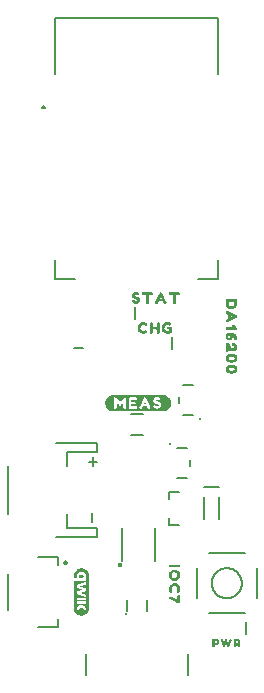
<source format=gto>
G04 EAGLE Gerber RS-274X export*
G75*
%MOMM*%
%FSLAX34Y34*%
%LPD*%
%INSilkscreen Top*%
%IPPOS*%
%AMOC8*
5,1,8,0,0,1.08239X$1,22.5*%
G01*
%ADD10C,0.203200*%
%ADD11C,0.254000*%
%ADD12C,0.200000*%
%ADD13C,0.127000*%
%ADD14C,0.400000*%
%ADD15C,0.300000*%
%ADD16C,0.152400*%

G36*
X137234Y247154D02*
X137234Y247154D01*
X137237Y247151D01*
X137937Y247251D01*
X137942Y247256D01*
X137946Y247253D01*
X138545Y247453D01*
X139244Y247653D01*
X139248Y247658D01*
X139252Y247656D01*
X140452Y248256D01*
X140455Y248263D01*
X140461Y248262D01*
X140961Y248662D01*
X140962Y248666D01*
X140965Y248665D01*
X141965Y249665D01*
X141965Y249669D01*
X141968Y249669D01*
X142368Y250169D01*
X142369Y250177D01*
X142374Y250178D01*
X142974Y251378D01*
X142973Y251385D01*
X142977Y251386D01*
X143177Y252085D01*
X143377Y252684D01*
X143375Y252691D01*
X143379Y252693D01*
X143479Y253393D01*
X143476Y253398D01*
X143479Y253400D01*
X143479Y254700D01*
X143476Y254704D01*
X143479Y254707D01*
X143379Y255407D01*
X143375Y255411D01*
X143377Y255414D01*
X143177Y256114D01*
X143172Y256118D01*
X143174Y256122D01*
X142274Y257922D01*
X142267Y257925D01*
X142268Y257931D01*
X141868Y258431D01*
X141864Y258432D01*
X141865Y258435D01*
X140865Y259435D01*
X140853Y259436D01*
X140852Y259444D01*
X140255Y259743D01*
X139657Y260141D01*
X139648Y260140D01*
X139646Y260147D01*
X138446Y260547D01*
X138444Y260546D01*
X138444Y260547D01*
X137744Y260747D01*
X137739Y260746D01*
X137737Y260749D01*
X137037Y260849D01*
X137032Y260846D01*
X137030Y260849D01*
X93930Y260849D01*
X93925Y260846D01*
X93922Y260849D01*
X93322Y260749D01*
X93319Y260745D01*
X93316Y260747D01*
X92616Y260547D01*
X92615Y260546D01*
X92614Y260547D01*
X92015Y260347D01*
X91316Y260147D01*
X91308Y260136D01*
X91299Y260138D01*
X90801Y259740D01*
X90203Y259341D01*
X90202Y259338D01*
X90199Y259338D01*
X89699Y258938D01*
X89698Y258934D01*
X89695Y258935D01*
X89195Y258435D01*
X89195Y258431D01*
X89192Y258431D01*
X88792Y257931D01*
X88791Y257923D01*
X88786Y257922D01*
X87886Y256122D01*
X87887Y256115D01*
X87883Y256114D01*
X87683Y255414D01*
X87685Y255409D01*
X87681Y255407D01*
X87581Y254707D01*
X87584Y254702D01*
X87581Y254700D01*
X87581Y253400D01*
X87584Y253396D01*
X87581Y253393D01*
X87681Y252693D01*
X87685Y252689D01*
X87683Y252686D01*
X87883Y251986D01*
X87884Y251985D01*
X87883Y251984D01*
X88083Y251384D01*
X88088Y251381D01*
X88086Y251378D01*
X88386Y250778D01*
X88390Y250776D01*
X88389Y250773D01*
X88789Y250173D01*
X88792Y250172D01*
X88792Y250169D01*
X89592Y249169D01*
X89596Y249168D01*
X89595Y249165D01*
X90095Y248665D01*
X90102Y248664D01*
X90103Y248659D01*
X90703Y248259D01*
X90707Y248259D01*
X90708Y248256D01*
X91908Y247656D01*
X91913Y247657D01*
X91914Y247653D01*
X92514Y247453D01*
X92516Y247454D01*
X92516Y247453D01*
X93216Y247253D01*
X93220Y247254D01*
X93222Y247251D01*
X93822Y247151D01*
X93827Y247154D01*
X93830Y247151D01*
X137230Y247151D01*
X137234Y247154D01*
G37*
G36*
X68408Y74071D02*
X68408Y74071D01*
X68410Y74072D01*
X68414Y74071D01*
X68933Y74162D01*
X68936Y74164D01*
X68941Y74164D01*
X69953Y74478D01*
X69956Y74482D01*
X69964Y74483D01*
X70897Y74984D01*
X70898Y74987D01*
X70903Y74987D01*
X71335Y75290D01*
X71336Y75292D01*
X71339Y75293D01*
X71748Y75630D01*
X71748Y75631D01*
X71750Y75632D01*
X72141Y75986D01*
X72142Y75990D01*
X72148Y75993D01*
X72822Y76810D01*
X72822Y76815D01*
X72828Y76819D01*
X73343Y77744D01*
X73343Y77747D01*
X73346Y77751D01*
X73548Y78237D01*
X73548Y78240D01*
X73551Y78244D01*
X73852Y79258D01*
X73851Y79263D01*
X73854Y79270D01*
X73961Y80324D01*
X73980Y80513D01*
X73978Y80516D01*
X73980Y80519D01*
X73980Y107535D01*
X73978Y107537D01*
X73980Y107541D01*
X73875Y108595D01*
X73873Y108598D01*
X73874Y108601D01*
X73770Y109118D01*
X73768Y109120D01*
X73769Y109125D01*
X73446Y110133D01*
X73442Y110137D01*
X73442Y110144D01*
X72936Y111075D01*
X72933Y111077D01*
X72932Y111083D01*
X72618Y111507D01*
X72617Y111508D01*
X72616Y111510D01*
X72279Y111919D01*
X72277Y111919D01*
X72276Y111922D01*
X71913Y112304D01*
X71909Y112305D01*
X71907Y112309D01*
X71089Y112982D01*
X71084Y112982D01*
X71079Y112988D01*
X70148Y113494D01*
X70144Y113494D01*
X70140Y113497D01*
X69649Y113687D01*
X69647Y113687D01*
X69644Y113689D01*
X69139Y113846D01*
X69137Y113845D01*
X69136Y113847D01*
X68624Y113978D01*
X68620Y113976D01*
X68615Y113979D01*
X67561Y114086D01*
X67557Y114084D01*
X67551Y114086D01*
X67024Y114057D01*
X67023Y114056D01*
X67021Y114057D01*
X66494Y114004D01*
X66493Y114003D01*
X66491Y114003D01*
X65970Y113920D01*
X65967Y113917D01*
X65961Y113918D01*
X64949Y113604D01*
X64946Y113600D01*
X64939Y113599D01*
X64003Y113105D01*
X64001Y113102D01*
X63997Y113102D01*
X63561Y112805D01*
X63560Y112802D01*
X63555Y112801D01*
X62750Y112115D01*
X62749Y112110D01*
X62743Y112107D01*
X62068Y111290D01*
X62068Y111285D01*
X62062Y111280D01*
X61542Y110359D01*
X61542Y110356D01*
X61539Y110353D01*
X61330Y109870D01*
X61330Y109866D01*
X61327Y109863D01*
X61018Y108850D01*
X61020Y108845D01*
X61016Y108838D01*
X60910Y107784D01*
X60911Y107782D01*
X60910Y107780D01*
X60887Y107252D01*
X60887Y107251D01*
X60887Y107249D01*
X60887Y105558D01*
X60898Y105540D01*
X60901Y105518D01*
X60918Y105510D01*
X60923Y105501D01*
X60933Y105503D01*
X60948Y105496D01*
X61364Y105484D01*
X61365Y105484D01*
X64544Y105484D01*
X64553Y105490D01*
X64564Y105487D01*
X64580Y105507D01*
X64601Y105520D01*
X64599Y105531D01*
X64606Y105540D01*
X64592Y105583D01*
X64591Y105588D01*
X64590Y105588D01*
X64590Y105589D01*
X64292Y105906D01*
X63977Y106317D01*
X63755Y106782D01*
X63635Y107285D01*
X63601Y107802D01*
X63649Y108320D01*
X63767Y108825D01*
X63952Y109309D01*
X64209Y109758D01*
X64554Y110144D01*
X64958Y110469D01*
X65404Y110734D01*
X65880Y110941D01*
X66386Y111066D01*
X66904Y111139D01*
X67425Y111175D01*
X67946Y111135D01*
X68462Y111052D01*
X68966Y110920D01*
X69438Y110704D01*
X69873Y110423D01*
X70261Y110080D01*
X70588Y109680D01*
X70840Y109227D01*
X70999Y108734D01*
X71087Y108222D01*
X71120Y107703D01*
X71064Y107188D01*
X70915Y106693D01*
X70678Y106235D01*
X70349Y105830D01*
X70348Y105829D01*
X70347Y105828D01*
X70162Y105584D01*
X70162Y105576D01*
X70155Y105572D01*
X70159Y105544D01*
X70157Y105516D01*
X70164Y105513D01*
X70165Y105505D01*
X70212Y105484D01*
X70817Y105484D01*
X71043Y105473D01*
X71043Y103173D01*
X70797Y103177D01*
X70785Y103169D01*
X61139Y103150D01*
X61138Y103149D01*
X61136Y103149D01*
X60946Y103140D01*
X60929Y103128D01*
X60908Y103125D01*
X60900Y103107D01*
X60891Y103100D01*
X60893Y103091D01*
X60887Y103077D01*
X60889Y80499D01*
X60890Y80497D01*
X60889Y80493D01*
X60995Y79439D01*
X60997Y79436D01*
X60996Y79432D01*
X61108Y78917D01*
X61110Y78914D01*
X61109Y78910D01*
X61438Y77905D01*
X61442Y77901D01*
X61443Y77894D01*
X61948Y76963D01*
X61952Y76961D01*
X61954Y76954D01*
X62610Y76125D01*
X62613Y76124D01*
X62615Y76120D01*
X62983Y75743D01*
X62986Y75742D01*
X62988Y75738D01*
X63811Y75071D01*
X63816Y75071D01*
X63820Y75065D01*
X64751Y74559D01*
X64756Y74560D01*
X64760Y74556D01*
X65254Y74372D01*
X65256Y74373D01*
X65258Y74371D01*
X65763Y74214D01*
X65765Y74215D01*
X65767Y74213D01*
X66280Y74089D01*
X66284Y74091D01*
X66288Y74088D01*
X67342Y73982D01*
X67347Y73984D01*
X67354Y73981D01*
X68408Y74071D01*
G37*
G36*
X147057Y103611D02*
X147057Y103611D01*
X147058Y103612D01*
X147058Y103611D01*
X147658Y103711D01*
X147665Y103719D01*
X147672Y103716D01*
X148872Y104316D01*
X148874Y104320D01*
X148877Y104319D01*
X149477Y104719D01*
X149481Y104729D01*
X149488Y104729D01*
X149888Y105229D01*
X150388Y105828D01*
X150388Y105834D01*
X150392Y105835D01*
X150692Y106335D01*
X150691Y106344D01*
X150697Y106346D01*
X150897Y107045D01*
X151097Y107644D01*
X151093Y107655D01*
X151099Y107660D01*
X151099Y108760D01*
X151096Y108764D01*
X151099Y108767D01*
X150999Y109467D01*
X150994Y109472D01*
X150997Y109476D01*
X150797Y110076D01*
X150792Y110079D01*
X150794Y110082D01*
X150494Y110682D01*
X150490Y110684D01*
X150491Y110687D01*
X150091Y111287D01*
X150084Y111290D01*
X150085Y111295D01*
X149585Y111795D01*
X149581Y111795D01*
X149581Y111798D01*
X149081Y112198D01*
X149073Y112199D01*
X149072Y112204D01*
X147872Y112804D01*
X147867Y112803D01*
X147866Y112807D01*
X147266Y113007D01*
X147255Y113003D01*
X147250Y113009D01*
X145150Y113009D01*
X145141Y113002D01*
X145134Y113007D01*
X144534Y112807D01*
X144531Y112802D01*
X144528Y112804D01*
X143328Y112204D01*
X143323Y112194D01*
X143315Y112195D01*
X142315Y111195D01*
X142315Y111191D01*
X142312Y111191D01*
X141912Y110691D01*
X141911Y110683D01*
X141906Y110682D01*
X141606Y110082D01*
X141607Y110077D01*
X141606Y110076D01*
X141603Y110076D01*
X141403Y109476D01*
X141405Y109469D01*
X141401Y109467D01*
X141301Y108767D01*
X141304Y108762D01*
X141301Y108760D01*
X141301Y107360D01*
X141308Y107351D01*
X141303Y107344D01*
X141503Y106744D01*
X141508Y106741D01*
X141506Y106738D01*
X142106Y105538D01*
X142116Y105533D01*
X142115Y105525D01*
X143115Y104525D01*
X143127Y104524D01*
X143128Y104516D01*
X144328Y103916D01*
X144333Y103917D01*
X144334Y103913D01*
X144934Y103713D01*
X144941Y103715D01*
X144943Y103711D01*
X146343Y103511D01*
X146352Y103516D01*
X146357Y103511D01*
X147057Y103611D01*
G37*
G36*
X194714Y333604D02*
X194714Y333604D01*
X194717Y333601D01*
X195417Y333701D01*
X195421Y333705D01*
X195424Y333703D01*
X196124Y333903D01*
X196129Y333910D01*
X196135Y333908D01*
X196633Y334207D01*
X197232Y334506D01*
X197237Y334516D01*
X197245Y334515D01*
X198245Y335515D01*
X198246Y335527D01*
X198254Y335528D01*
X198854Y336728D01*
X198853Y336735D01*
X198857Y336736D01*
X199057Y337436D01*
X199056Y337440D01*
X199059Y337442D01*
X199159Y338042D01*
X199156Y338047D01*
X199159Y338050D01*
X199159Y341250D01*
X199148Y341265D01*
X199152Y341275D01*
X198852Y341775D01*
X198830Y341784D01*
X198826Y341797D01*
X198226Y341997D01*
X198215Y341993D01*
X198210Y341999D01*
X190710Y341999D01*
X190706Y341996D01*
X190703Y341999D01*
X190003Y341899D01*
X189984Y341880D01*
X189971Y341880D01*
X189671Y341480D01*
X189671Y341462D01*
X189661Y341457D01*
X189561Y340757D01*
X189564Y340752D01*
X189561Y340750D01*
X189561Y338050D01*
X189564Y338046D01*
X189561Y338043D01*
X189661Y337343D01*
X189666Y337338D01*
X189663Y337334D01*
X189863Y336734D01*
X189909Y336703D01*
X189892Y336696D01*
X189876Y336670D01*
X189873Y336668D01*
X189874Y336666D01*
X189861Y336645D01*
X189873Y336638D01*
X189868Y336625D01*
X190167Y336127D01*
X190466Y335528D01*
X190476Y335523D01*
X190475Y335515D01*
X191475Y334515D01*
X191487Y334514D01*
X191488Y334506D01*
X192688Y333906D01*
X192693Y333907D01*
X192694Y333903D01*
X193294Y333703D01*
X193301Y333705D01*
X193303Y333701D01*
X194003Y333601D01*
X194008Y333604D01*
X194010Y333601D01*
X194710Y333601D01*
X194714Y333604D01*
G37*
G36*
X195015Y288304D02*
X195015Y288304D01*
X195018Y288301D01*
X195618Y288401D01*
X196317Y288501D01*
X196321Y288505D01*
X196324Y288503D01*
X197024Y288703D01*
X197028Y288708D01*
X197032Y288706D01*
X198232Y289306D01*
X198239Y289319D01*
X198248Y289319D01*
X198647Y289817D01*
X199145Y290315D01*
X199147Y290331D01*
X199157Y290334D01*
X199357Y290934D01*
X199355Y290941D01*
X199359Y290943D01*
X199459Y291643D01*
X199456Y291648D01*
X199459Y291650D01*
X199459Y292350D01*
X199456Y292354D01*
X199459Y292357D01*
X199359Y293057D01*
X199351Y293065D01*
X199354Y293072D01*
X198754Y294272D01*
X198740Y294279D01*
X198740Y294289D01*
X198340Y294589D01*
X198336Y294589D01*
X198335Y294592D01*
X197835Y294892D01*
X197832Y294892D01*
X197832Y294894D01*
X197232Y295194D01*
X197225Y295193D01*
X197224Y295197D01*
X196525Y295397D01*
X195926Y295597D01*
X195915Y295593D01*
X195910Y295599D01*
X195213Y295599D01*
X194517Y295699D01*
X194509Y295694D01*
X194504Y295699D01*
X193707Y295599D01*
X193010Y295599D01*
X193001Y295592D01*
X192994Y295597D01*
X191794Y295197D01*
X191793Y295194D01*
X191791Y295195D01*
X191091Y294895D01*
X191088Y294891D01*
X191085Y294892D01*
X190585Y294592D01*
X190580Y294581D01*
X190572Y294581D01*
X190172Y294081D01*
X190171Y294077D01*
X190169Y294077D01*
X189769Y293477D01*
X189770Y293466D01*
X189763Y293464D01*
X189563Y292764D01*
X189566Y292754D01*
X189561Y292750D01*
X189561Y291350D01*
X189568Y291341D01*
X189563Y291334D01*
X189763Y290734D01*
X189768Y290731D01*
X189766Y290728D01*
X190066Y290128D01*
X190073Y290125D01*
X190072Y290119D01*
X190472Y289619D01*
X190479Y289617D01*
X190479Y289612D01*
X190979Y289212D01*
X190984Y289211D01*
X190985Y289208D01*
X191485Y288908D01*
X191488Y288908D01*
X191488Y288906D01*
X192088Y288606D01*
X192099Y288608D01*
X192103Y288601D01*
X194203Y288301D01*
X194208Y288304D01*
X194210Y288301D01*
X195010Y288301D01*
X195015Y288304D01*
G37*
G36*
X195015Y279004D02*
X195015Y279004D01*
X195018Y279001D01*
X195618Y279101D01*
X196317Y279201D01*
X196321Y279205D01*
X196324Y279203D01*
X197024Y279403D01*
X197028Y279408D01*
X197032Y279406D01*
X198232Y280006D01*
X198239Y280019D01*
X198248Y280019D01*
X198648Y280519D01*
X199148Y281118D01*
X199148Y281130D01*
X199156Y281132D01*
X199356Y281632D01*
X199353Y281640D01*
X199359Y281643D01*
X199459Y282343D01*
X199456Y282348D01*
X199459Y282350D01*
X199459Y283150D01*
X199456Y283155D01*
X199459Y283158D01*
X199359Y283758D01*
X199351Y283765D01*
X199354Y283772D01*
X198754Y284972D01*
X198740Y284979D01*
X198740Y284989D01*
X198340Y285289D01*
X198336Y285289D01*
X198335Y285292D01*
X197835Y285592D01*
X197832Y285592D01*
X197832Y285594D01*
X197232Y285894D01*
X197225Y285893D01*
X197224Y285897D01*
X196525Y286097D01*
X195926Y286297D01*
X195919Y286295D01*
X195917Y286299D01*
X195217Y286399D01*
X195212Y286396D01*
X195210Y286399D01*
X194510Y286399D01*
X194506Y286396D01*
X194504Y286399D01*
X193707Y286299D01*
X193010Y286299D01*
X193001Y286292D01*
X192994Y286297D01*
X191794Y285897D01*
X191793Y285894D01*
X191791Y285895D01*
X191091Y285595D01*
X191088Y285591D01*
X191085Y285592D01*
X190585Y285292D01*
X190580Y285281D01*
X190572Y285281D01*
X190172Y284781D01*
X190171Y284777D01*
X190169Y284777D01*
X189769Y284177D01*
X189770Y284168D01*
X189763Y284166D01*
X189563Y283566D01*
X189567Y283555D01*
X189561Y283550D01*
X189561Y282050D01*
X189568Y282041D01*
X189563Y282034D01*
X189763Y281434D01*
X189768Y281431D01*
X189766Y281428D01*
X190066Y280828D01*
X190073Y280825D01*
X190072Y280819D01*
X190472Y280319D01*
X190479Y280317D01*
X190479Y280312D01*
X190979Y279912D01*
X190984Y279911D01*
X190985Y279908D01*
X191485Y279608D01*
X191493Y279609D01*
X191494Y279603D01*
X192094Y279403D01*
X192096Y279404D01*
X192096Y279403D01*
X192796Y279203D01*
X192801Y279205D01*
X192803Y279201D01*
X194203Y279001D01*
X194208Y279004D01*
X194210Y279001D01*
X195010Y279001D01*
X195015Y279004D01*
G37*
%LPC*%
G36*
X95644Y249349D02*
X95644Y249349D01*
X95171Y249633D01*
X94979Y250208D01*
X94979Y257597D01*
X95077Y258281D01*
X95369Y258670D01*
X95369Y258709D01*
X95370Y258711D01*
X95386Y258679D01*
X95435Y258653D01*
X95437Y258651D01*
X96127Y258750D01*
X96807Y258555D01*
X97294Y258166D01*
X99690Y254871D01*
X99706Y254866D01*
X99708Y254856D01*
X100108Y254656D01*
X100166Y254667D01*
X100166Y254670D01*
X100169Y254670D01*
X101769Y256770D01*
X103063Y258362D01*
X103546Y258652D01*
X104325Y258750D01*
X104891Y258561D01*
X105081Y257992D01*
X105081Y250503D01*
X104983Y249723D01*
X104610Y249349D01*
X104033Y249349D01*
X103353Y249446D01*
X102976Y249823D01*
X102879Y250503D01*
X102879Y254600D01*
X102876Y254604D01*
X102878Y254609D01*
X102869Y254614D01*
X102843Y254647D01*
X102829Y254637D01*
X102823Y254637D01*
X102808Y254644D01*
X102608Y254544D01*
X102600Y254529D01*
X102590Y254528D01*
X100994Y252234D01*
X100510Y251847D01*
X99838Y251751D01*
X99262Y252039D01*
X98070Y253629D01*
X97271Y254827D01*
X97254Y254833D01*
X97243Y254847D01*
X97234Y254840D01*
X97215Y254847D01*
X97205Y254818D01*
X97181Y254800D01*
X97181Y250109D01*
X96990Y249634D01*
X96516Y249349D01*
X95644Y249349D01*
G37*
%LPD*%
G36*
X140654Y312754D02*
X140654Y312754D01*
X140656Y312751D01*
X141456Y312851D01*
X141457Y312852D01*
X141458Y312851D01*
X142058Y312951D01*
X142065Y312959D01*
X142072Y312956D01*
X142672Y313256D01*
X142673Y313259D01*
X142675Y313258D01*
X143175Y313558D01*
X143179Y313566D01*
X143185Y313565D01*
X143685Y314065D01*
X143688Y314086D01*
X143699Y314092D01*
X143799Y314692D01*
X143796Y314697D01*
X143799Y314700D01*
X143799Y317500D01*
X143796Y317504D01*
X143799Y317507D01*
X143699Y318207D01*
X143683Y318222D01*
X143685Y318235D01*
X143385Y318535D01*
X143366Y318537D01*
X143362Y318548D01*
X142562Y318748D01*
X142554Y318744D01*
X142550Y318749D01*
X140550Y318749D01*
X140542Y318743D01*
X140536Y318747D01*
X139836Y318547D01*
X139816Y318520D01*
X139803Y318516D01*
X139603Y317916D01*
X139607Y317905D01*
X139601Y317900D01*
X139601Y317200D01*
X139617Y317179D01*
X139615Y317165D01*
X140015Y316765D01*
X140039Y316762D01*
X140047Y316751D01*
X141401Y316654D01*
X141401Y315428D01*
X140936Y315149D01*
X139562Y315149D01*
X138979Y315441D01*
X138487Y315933D01*
X138092Y316427D01*
X137798Y317015D01*
X137700Y317700D01*
X137798Y318390D01*
X137995Y319077D01*
X138384Y319563D01*
X138972Y319955D01*
X139561Y320152D01*
X140250Y320250D01*
X140935Y320152D01*
X142128Y319556D01*
X142150Y319560D01*
X142160Y319552D01*
X142660Y319652D01*
X142673Y319667D01*
X142685Y319665D01*
X143285Y320265D01*
X143286Y320277D01*
X143294Y320278D01*
X143594Y320878D01*
X143588Y320910D01*
X143594Y320922D01*
X143294Y321522D01*
X143278Y321530D01*
X143277Y321541D01*
X142677Y321941D01*
X142673Y321941D01*
X142672Y321944D01*
X142072Y322244D01*
X142067Y322243D01*
X142066Y322247D01*
X141466Y322447D01*
X141464Y322446D01*
X141464Y322447D01*
X140764Y322647D01*
X140754Y322644D01*
X140750Y322649D01*
X140150Y322649D01*
X140146Y322646D01*
X140143Y322649D01*
X138743Y322449D01*
X138735Y322441D01*
X138728Y322444D01*
X137528Y321844D01*
X137525Y321837D01*
X137519Y321838D01*
X137019Y321438D01*
X137018Y321434D01*
X137015Y321435D01*
X136515Y320935D01*
X136514Y320928D01*
X136509Y320927D01*
X136109Y320327D01*
X136109Y320326D01*
X136108Y320325D01*
X135808Y319825D01*
X135808Y319820D01*
X135805Y319819D01*
X135505Y319119D01*
X135505Y319118D01*
X135504Y319117D01*
X135506Y319116D01*
X135507Y319111D01*
X135501Y319108D01*
X135401Y318508D01*
X135402Y318507D01*
X135401Y318507D01*
X135301Y317807D01*
X135306Y317798D01*
X135301Y317793D01*
X135501Y316393D01*
X135506Y316388D01*
X135503Y316384D01*
X135703Y315784D01*
X135708Y315781D01*
X135706Y315778D01*
X136006Y315178D01*
X136010Y315176D01*
X136009Y315173D01*
X136409Y314573D01*
X136416Y314570D01*
X136415Y314565D01*
X136915Y314065D01*
X136919Y314065D01*
X136919Y314062D01*
X137419Y313662D01*
X137423Y313661D01*
X137423Y313659D01*
X138023Y313259D01*
X138027Y313259D01*
X138028Y313256D01*
X138628Y312956D01*
X138633Y312957D01*
X138634Y312953D01*
X139234Y312753D01*
X139245Y312757D01*
X139250Y312751D01*
X140650Y312751D01*
X140654Y312754D01*
G37*
%LPC*%
G36*
X70775Y89706D02*
X70775Y89706D01*
X63700Y92265D01*
X63693Y92594D01*
X63693Y94180D01*
X63716Y94646D01*
X68229Y96038D01*
X68240Y96051D01*
X68256Y96054D01*
X68260Y96074D01*
X68273Y96090D01*
X68266Y96105D01*
X68269Y96121D01*
X68249Y96141D01*
X68244Y96152D01*
X68237Y96152D01*
X68232Y96157D01*
X67795Y96315D01*
X67794Y96314D01*
X67793Y96315D01*
X63712Y97588D01*
X63693Y97974D01*
X63693Y99561D01*
X63698Y99922D01*
X70816Y102510D01*
X70818Y102511D01*
X70852Y102509D01*
X71043Y102581D01*
X71043Y100245D01*
X70847Y100188D01*
X66274Y98839D01*
X66262Y98825D01*
X66244Y98819D01*
X66237Y98796D01*
X66230Y98787D01*
X66233Y98780D01*
X66230Y98770D01*
X66251Y98621D01*
X66258Y98613D01*
X66257Y98603D01*
X66295Y98571D01*
X66296Y98570D01*
X71034Y97230D01*
X71043Y96933D01*
X71043Y95345D01*
X71045Y94943D01*
X66438Y93594D01*
X66082Y93496D01*
X66070Y93482D01*
X66052Y93477D01*
X66049Y93461D01*
X66046Y93460D01*
X66047Y93456D01*
X66037Y93445D01*
X66044Y93428D01*
X66042Y93409D01*
X66056Y93397D01*
X66056Y93392D01*
X66061Y93390D01*
X66064Y93383D01*
X66073Y93381D01*
X66081Y93375D01*
X70704Y91975D01*
X71043Y91873D01*
X71043Y89799D01*
X71037Y89615D01*
X70775Y89706D01*
G37*
%LPD*%
G36*
X126858Y312757D02*
X126858Y312757D01*
X126864Y312753D01*
X127564Y312953D01*
X127583Y312978D01*
X127596Y312982D01*
X127796Y313482D01*
X127792Y313495D01*
X127799Y313500D01*
X127799Y316180D01*
X128170Y316551D01*
X130830Y316551D01*
X131201Y316180D01*
X131201Y313500D01*
X131209Y313489D01*
X131204Y313482D01*
X131404Y312982D01*
X131432Y312965D01*
X131436Y312953D01*
X132136Y312753D01*
X132146Y312756D01*
X132150Y312751D01*
X133050Y312751D01*
X133071Y312767D01*
X133085Y312765D01*
X133485Y313165D01*
X133486Y313177D01*
X133491Y313181D01*
X133488Y313186D01*
X133499Y313192D01*
X133599Y313792D01*
X133596Y313797D01*
X133599Y313800D01*
X133599Y321400D01*
X133592Y321409D01*
X133597Y321416D01*
X133397Y322016D01*
X133377Y322029D01*
X133375Y322042D01*
X132875Y322342D01*
X132857Y322340D01*
X132850Y322349D01*
X132050Y322349D01*
X132041Y322342D01*
X132034Y322347D01*
X131434Y322147D01*
X131416Y322120D01*
X131403Y322116D01*
X131203Y321516D01*
X131207Y321505D01*
X131201Y321500D01*
X131201Y318725D01*
X130834Y318449D01*
X128170Y318449D01*
X127799Y318820D01*
X127799Y321500D01*
X127792Y321509D01*
X127797Y321516D01*
X127597Y322116D01*
X127570Y322134D01*
X127566Y322147D01*
X126966Y322347D01*
X126955Y322343D01*
X126950Y322349D01*
X126050Y322349D01*
X126032Y322336D01*
X126020Y322339D01*
X125620Y322039D01*
X125616Y322023D01*
X125614Y322018D01*
X125603Y322014D01*
X125403Y321314D01*
X125406Y321304D01*
X125401Y321300D01*
X125401Y313800D01*
X125404Y313795D01*
X125401Y313792D01*
X125501Y313192D01*
X125520Y313175D01*
X125519Y313162D01*
X126019Y312762D01*
X126042Y312761D01*
X126050Y312751D01*
X126850Y312751D01*
X126858Y312757D01*
G37*
%LPC*%
G36*
X107844Y249349D02*
X107844Y249349D01*
X107374Y249631D01*
X107279Y250105D01*
X107279Y257600D01*
X107243Y257647D01*
X107241Y257645D01*
X107239Y257648D01*
X107223Y257651D01*
X107275Y257680D01*
X107270Y257688D01*
X107279Y257693D01*
X107376Y258373D01*
X107750Y258653D01*
X108433Y258751D01*
X113822Y258751D01*
X114391Y258561D01*
X114581Y257992D01*
X114581Y257114D01*
X114300Y256645D01*
X113627Y256549D01*
X109630Y256549D01*
X109583Y256513D01*
X109585Y256510D01*
X109581Y256508D01*
X109481Y255908D01*
X109484Y255903D01*
X109481Y255900D01*
X109481Y255200D01*
X109517Y255153D01*
X109524Y255158D01*
X109530Y255151D01*
X112127Y255151D01*
X112803Y255054D01*
X113083Y254681D01*
X113180Y253805D01*
X112989Y253233D01*
X112513Y252947D01*
X111827Y252849D01*
X109730Y252849D01*
X109697Y252824D01*
X109686Y252822D01*
X109486Y252422D01*
X109489Y252406D01*
X109481Y252400D01*
X109481Y251700D01*
X109517Y251653D01*
X109519Y251654D01*
X109520Y251652D01*
X110020Y251552D01*
X110027Y251555D01*
X110030Y251551D01*
X113427Y251551D01*
X114107Y251454D01*
X114484Y251077D01*
X114580Y250400D01*
X114484Y249627D01*
X114114Y249349D01*
X107844Y249349D01*
G37*
%LPD*%
G36*
X191328Y297615D02*
X191328Y297615D01*
X191341Y297612D01*
X191841Y298012D01*
X191845Y298027D01*
X191850Y298031D01*
X191847Y298035D01*
X191847Y298037D01*
X191859Y298043D01*
X191959Y298743D01*
X191956Y298748D01*
X191959Y298750D01*
X191959Y300830D01*
X192000Y300871D01*
X192267Y300427D01*
X192566Y299828D01*
X192574Y299824D01*
X192572Y299818D01*
X193072Y299218D01*
X193076Y299218D01*
X193075Y299215D01*
X193575Y298715D01*
X193584Y298714D01*
X193585Y298708D01*
X194085Y298408D01*
X194090Y298408D01*
X194091Y298405D01*
X194791Y298105D01*
X194799Y298107D01*
X194802Y298101D01*
X195402Y298001D01*
X195407Y298004D01*
X195410Y298001D01*
X196110Y298001D01*
X196118Y298007D01*
X196124Y298003D01*
X196824Y298203D01*
X196825Y298204D01*
X196826Y298203D01*
X197426Y298403D01*
X197433Y298414D01*
X197441Y298412D01*
X198441Y299212D01*
X198443Y299222D01*
X198451Y299223D01*
X198851Y299823D01*
X198851Y299825D01*
X198852Y299825D01*
X199152Y300325D01*
X199151Y300339D01*
X199159Y300343D01*
X199259Y301043D01*
X199256Y301048D01*
X199259Y301050D01*
X199259Y301850D01*
X199256Y301855D01*
X199259Y301858D01*
X199159Y302458D01*
X199155Y302461D01*
X199157Y302464D01*
X198957Y303164D01*
X198950Y303169D01*
X198952Y303175D01*
X198652Y303675D01*
X198644Y303679D01*
X198645Y303685D01*
X198145Y304185D01*
X198138Y304186D01*
X198137Y304191D01*
X197537Y304591D01*
X197533Y304591D01*
X197532Y304594D01*
X196932Y304894D01*
X196922Y304892D01*
X196918Y304899D01*
X196318Y304999D01*
X196317Y304998D01*
X196317Y304999D01*
X195617Y305099D01*
X195607Y305093D01*
X195602Y305099D01*
X195002Y304999D01*
X194985Y304980D01*
X194972Y304981D01*
X194572Y304481D01*
X194571Y304466D01*
X194563Y304460D01*
X194567Y304454D01*
X194561Y304450D01*
X194561Y303650D01*
X194567Y303642D01*
X194563Y303636D01*
X194763Y302936D01*
X194788Y302917D01*
X194792Y302904D01*
X195292Y302704D01*
X195299Y302706D01*
X195302Y302701D01*
X195898Y302602D01*
X196478Y302409D01*
X196861Y301835D01*
X196861Y301167D01*
X196478Y300689D01*
X195902Y300401D01*
X195328Y300497D01*
X194744Y300887D01*
X194348Y301381D01*
X193950Y301878D01*
X192852Y303676D01*
X192848Y303677D01*
X192848Y303681D01*
X192448Y304181D01*
X192444Y304182D01*
X192445Y304185D01*
X191945Y304685D01*
X191933Y304686D01*
X191932Y304694D01*
X191332Y304994D01*
X191322Y304992D01*
X191318Y304999D01*
X190718Y305099D01*
X190703Y305091D01*
X190694Y305097D01*
X190094Y304897D01*
X190084Y304881D01*
X190072Y304882D01*
X189572Y304282D01*
X189572Y304270D01*
X189563Y304263D01*
X189568Y304256D01*
X189561Y304250D01*
X189561Y298250D01*
X189575Y298232D01*
X189572Y298219D01*
X189972Y297719D01*
X189996Y297713D01*
X190002Y297701D01*
X190602Y297601D01*
X190607Y297604D01*
X190610Y297601D01*
X191310Y297601D01*
X191328Y297615D01*
G37*
G36*
X138385Y338162D02*
X138385Y338162D01*
X138396Y338158D01*
X139196Y338658D01*
X139202Y338674D01*
X139212Y338675D01*
X139512Y339175D01*
X139509Y339207D01*
X139516Y339218D01*
X139316Y339718D01*
X139314Y339719D01*
X139315Y339721D01*
X135815Y347221D01*
X135804Y347227D01*
X135805Y347235D01*
X135505Y347535D01*
X135493Y347536D01*
X135492Y347544D01*
X134892Y347844D01*
X134871Y347840D01*
X134862Y347849D01*
X134262Y347749D01*
X134252Y347738D01*
X134243Y347741D01*
X133643Y347341D01*
X133637Y347324D01*
X133626Y347322D01*
X133326Y346722D01*
X130026Y339922D01*
X130027Y339917D01*
X130023Y339916D01*
X129823Y339316D01*
X129830Y339297D01*
X129829Y339297D01*
X129830Y339296D01*
X129831Y339293D01*
X129824Y339282D01*
X130024Y338782D01*
X130041Y338772D01*
X130041Y338760D01*
X130741Y338260D01*
X130757Y338260D01*
X130762Y338251D01*
X131362Y338151D01*
X131381Y338161D01*
X131392Y338156D01*
X131992Y338456D01*
X132002Y338476D01*
X132014Y338478D01*
X132314Y339078D01*
X132900Y340251D01*
X136250Y340251D01*
X136629Y339871D01*
X137225Y338579D01*
X137240Y338572D01*
X137239Y338562D01*
X137739Y338162D01*
X137762Y338161D01*
X137770Y338151D01*
X138370Y338151D01*
X138385Y338162D01*
G37*
G36*
X191120Y322502D02*
X191120Y322502D01*
X191126Y322509D01*
X191131Y322506D01*
X198631Y326106D01*
X198637Y326116D01*
X198645Y326115D01*
X198945Y326415D01*
X198946Y326424D01*
X198952Y326425D01*
X199252Y326925D01*
X199250Y326948D01*
X199259Y326957D01*
X199159Y327657D01*
X199146Y327670D01*
X199148Y327681D01*
X198748Y328181D01*
X198734Y328184D01*
X198732Y328194D01*
X198132Y328494D01*
X191332Y331794D01*
X191327Y331793D01*
X191326Y331797D01*
X190726Y331997D01*
X190703Y331989D01*
X190692Y331996D01*
X190192Y331796D01*
X190182Y331779D01*
X190170Y331779D01*
X189670Y331079D01*
X189670Y331063D01*
X189661Y331058D01*
X189561Y330458D01*
X189571Y330439D01*
X189566Y330428D01*
X189866Y329828D01*
X189886Y329818D01*
X189888Y329806D01*
X190488Y329506D01*
X191661Y328920D01*
X191661Y325570D01*
X191281Y325191D01*
X189989Y324595D01*
X189982Y324581D01*
X189972Y324581D01*
X189572Y324081D01*
X189571Y324058D01*
X189561Y324050D01*
X189561Y323450D01*
X189574Y323433D01*
X189570Y323421D01*
X190070Y322721D01*
X190084Y322717D01*
X190085Y322708D01*
X190585Y322408D01*
X190610Y322411D01*
X190620Y322402D01*
X191120Y322502D01*
G37*
G36*
X192815Y307004D02*
X192815Y307004D01*
X192818Y307001D01*
X193418Y307101D01*
X193425Y307109D01*
X193432Y307106D01*
X194032Y307406D01*
X194037Y307416D01*
X194045Y307415D01*
X194545Y307915D01*
X194546Y307922D01*
X194551Y307923D01*
X194951Y308523D01*
X194951Y308525D01*
X194952Y308525D01*
X195252Y309025D01*
X195251Y309034D01*
X195257Y309036D01*
X195457Y309736D01*
X195455Y309743D01*
X195457Y309745D01*
X195456Y309747D01*
X195459Y309750D01*
X195459Y310450D01*
X195452Y310459D01*
X195457Y310466D01*
X195285Y310980D01*
X195590Y310904D01*
X196175Y310515D01*
X196565Y309928D01*
X196762Y309339D01*
X196961Y307943D01*
X196971Y307933D01*
X196968Y307925D01*
X197268Y307425D01*
X197296Y307413D01*
X197303Y307401D01*
X198003Y307301D01*
X198008Y307304D01*
X198010Y307301D01*
X198710Y307301D01*
X198728Y307315D01*
X198741Y307312D01*
X199241Y307712D01*
X199248Y307742D01*
X199259Y307750D01*
X199259Y309250D01*
X199256Y309254D01*
X199259Y309257D01*
X199159Y309957D01*
X199154Y309962D01*
X199157Y309966D01*
X198957Y310566D01*
X198952Y310569D01*
X198954Y310572D01*
X198654Y311172D01*
X198647Y311175D01*
X198648Y311181D01*
X197848Y312181D01*
X197841Y312183D01*
X197841Y312188D01*
X197341Y312588D01*
X197333Y312589D01*
X197332Y312594D01*
X195532Y313494D01*
X195522Y313492D01*
X195518Y313499D01*
X194918Y313599D01*
X194917Y313598D01*
X194917Y313599D01*
X194217Y313699D01*
X194215Y313697D01*
X194214Y313699D01*
X194210Y313699D01*
X192710Y313699D01*
X192709Y313699D01*
X192707Y313699D01*
X192705Y313697D01*
X192703Y313699D01*
X192003Y313599D01*
X191995Y313591D01*
X191988Y313594D01*
X190788Y312994D01*
X190783Y312984D01*
X190775Y312985D01*
X190375Y312585D01*
X190375Y312581D01*
X190372Y312581D01*
X189972Y312081D01*
X189971Y312073D01*
X189966Y312072D01*
X189666Y311472D01*
X189668Y311461D01*
X189661Y311457D01*
X189561Y310757D01*
X189564Y310752D01*
X189561Y310750D01*
X189561Y310050D01*
X189564Y310046D01*
X189561Y310043D01*
X189661Y309343D01*
X189666Y309338D01*
X189663Y309334D01*
X189863Y308734D01*
X189874Y308727D01*
X189872Y308719D01*
X190672Y307719D01*
X190682Y307717D01*
X190683Y307709D01*
X191283Y307309D01*
X191292Y307310D01*
X191294Y307303D01*
X191894Y307103D01*
X191901Y307105D01*
X191903Y307101D01*
X192603Y307001D01*
X192608Y307004D01*
X192610Y307001D01*
X192810Y307001D01*
X192815Y307004D01*
G37*
%LPC*%
G36*
X124154Y249349D02*
X124154Y249349D01*
X123772Y249827D01*
X123174Y251022D01*
X123164Y251027D01*
X123165Y251035D01*
X122765Y251435D01*
X122738Y251439D01*
X122730Y251449D01*
X119330Y251449D01*
X119297Y251424D01*
X119286Y251422D01*
X118393Y249637D01*
X117826Y249353D01*
X117250Y249545D01*
X116569Y249934D01*
X116382Y250403D01*
X116576Y251082D01*
X120169Y258368D01*
X120650Y258753D01*
X121324Y258849D01*
X121798Y258660D01*
X122187Y258075D01*
X125485Y251380D01*
X125781Y250690D01*
X125781Y250214D01*
X125495Y249738D01*
X124718Y249349D01*
X124154Y249349D01*
G37*
%LPD*%
G36*
X113874Y338154D02*
X113874Y338154D01*
X113877Y338151D01*
X114577Y338251D01*
X114585Y338259D01*
X114592Y338256D01*
X115792Y338856D01*
X115795Y338863D01*
X115801Y338862D01*
X116301Y339262D01*
X116304Y339276D01*
X116314Y339278D01*
X116614Y339878D01*
X116613Y339883D01*
X116617Y339884D01*
X116817Y340484D01*
X116815Y340491D01*
X116819Y340493D01*
X116919Y341193D01*
X116916Y341198D01*
X116919Y341200D01*
X116919Y342000D01*
X116912Y342009D01*
X116917Y342016D01*
X116717Y342616D01*
X116706Y342623D01*
X116708Y342631D01*
X116308Y343131D01*
X116301Y343133D01*
X116301Y343138D01*
X115801Y343538D01*
X115793Y343539D01*
X115792Y343544D01*
X115192Y343844D01*
X115185Y343843D01*
X115184Y343847D01*
X114484Y344047D01*
X114482Y344047D01*
X114481Y344048D01*
X113190Y344346D01*
X112615Y344729D01*
X112522Y345286D01*
X112896Y345754D01*
X113565Y345850D01*
X114146Y345656D01*
X114738Y345162D01*
X114762Y345161D01*
X114770Y345151D01*
X115270Y345151D01*
X115283Y345160D01*
X115292Y345156D01*
X115892Y345456D01*
X115901Y345474D01*
X115913Y345476D01*
X116313Y346176D01*
X116310Y346193D01*
X116319Y346200D01*
X116319Y346700D01*
X116303Y346721D01*
X116305Y346735D01*
X115405Y347635D01*
X115386Y347637D01*
X115382Y347648D01*
X114582Y347848D01*
X114579Y347847D01*
X114578Y347849D01*
X113978Y347949D01*
X113977Y347948D01*
X113977Y347949D01*
X113277Y348049D01*
X113269Y348044D01*
X113264Y348049D01*
X112464Y347949D01*
X112459Y347944D01*
X112454Y347947D01*
X111854Y347747D01*
X111851Y347742D01*
X111848Y347744D01*
X111248Y347444D01*
X111243Y347434D01*
X111235Y347435D01*
X110835Y347035D01*
X110834Y347028D01*
X110829Y347027D01*
X110429Y346427D01*
X110429Y346423D01*
X110426Y346422D01*
X110126Y345822D01*
X110128Y345812D01*
X110121Y345808D01*
X110021Y345208D01*
X110027Y345198D01*
X110021Y345193D01*
X110121Y344493D01*
X110125Y344489D01*
X110123Y344486D01*
X110323Y343786D01*
X110334Y343778D01*
X110332Y343769D01*
X110732Y343269D01*
X110739Y343267D01*
X110739Y343262D01*
X111239Y342862D01*
X111247Y342861D01*
X111248Y342856D01*
X112448Y342256D01*
X112455Y342257D01*
X112456Y342253D01*
X113156Y342053D01*
X113161Y342055D01*
X113163Y342051D01*
X113853Y341953D01*
X114329Y341667D01*
X114516Y341106D01*
X114235Y340638D01*
X113662Y340351D01*
X112988Y340447D01*
X112400Y340839D01*
X111802Y341338D01*
X111790Y341338D01*
X111788Y341346D01*
X111288Y341546D01*
X111276Y341542D01*
X111271Y341549D01*
X111269Y341549D01*
X111265Y341546D01*
X111262Y341549D01*
X110662Y341449D01*
X110647Y341433D01*
X110635Y341435D01*
X110035Y340835D01*
X110034Y340824D01*
X110033Y340824D01*
X110034Y340823D01*
X110032Y340815D01*
X110022Y340810D01*
X109922Y340310D01*
X109932Y340288D01*
X109927Y340276D01*
X110327Y339576D01*
X110336Y339572D01*
X110335Y339565D01*
X110735Y339165D01*
X110739Y339165D01*
X110739Y339162D01*
X111239Y338762D01*
X111243Y338761D01*
X111243Y338759D01*
X111843Y338359D01*
X111854Y338360D01*
X111856Y338353D01*
X112556Y338153D01*
X112566Y338156D01*
X112570Y338151D01*
X113870Y338151D01*
X113874Y338154D01*
G37*
G36*
X120558Y312757D02*
X120558Y312757D01*
X120564Y312753D01*
X121964Y313153D01*
X121969Y313160D01*
X121975Y313158D01*
X122475Y313458D01*
X122476Y313459D01*
X122477Y313459D01*
X123077Y313859D01*
X123087Y313886D01*
X123099Y313892D01*
X123199Y314492D01*
X123190Y314509D01*
X123195Y314519D01*
X122895Y315219D01*
X122884Y315226D01*
X122885Y315235D01*
X122385Y315735D01*
X122365Y315738D01*
X122360Y315748D01*
X121860Y315848D01*
X121835Y315837D01*
X121823Y315841D01*
X121225Y315443D01*
X120638Y315149D01*
X119360Y315149D01*
X118676Y315443D01*
X118183Y315837D01*
X117693Y316327D01*
X117498Y316911D01*
X117400Y317600D01*
X117498Y318289D01*
X117695Y318878D01*
X118084Y319462D01*
X118672Y319756D01*
X119265Y320053D01*
X119851Y320150D01*
X120638Y320052D01*
X121129Y319856D01*
X121826Y319457D01*
X121843Y319460D01*
X121850Y319451D01*
X122250Y319451D01*
X122269Y319465D01*
X122282Y319462D01*
X122882Y319962D01*
X122884Y319972D01*
X122891Y319973D01*
X123291Y320573D01*
X123289Y320598D01*
X123299Y320608D01*
X123199Y321208D01*
X123183Y321223D01*
X123185Y321235D01*
X122685Y321735D01*
X122676Y321736D01*
X122675Y321742D01*
X122175Y322042D01*
X122170Y322042D01*
X122169Y322045D01*
X121469Y322345D01*
X121460Y322343D01*
X121457Y322349D01*
X120758Y322449D01*
X120158Y322549D01*
X120153Y322546D01*
X120150Y322549D01*
X119450Y322549D01*
X119445Y322546D01*
X119442Y322549D01*
X118842Y322449D01*
X118839Y322445D01*
X118836Y322447D01*
X118136Y322247D01*
X118132Y322242D01*
X118128Y322244D01*
X117528Y321944D01*
X117526Y321940D01*
X117523Y321941D01*
X116923Y321541D01*
X116922Y321538D01*
X116919Y321538D01*
X116419Y321138D01*
X116417Y321131D01*
X116412Y321131D01*
X116012Y320631D01*
X116011Y320627D01*
X116009Y320627D01*
X115609Y320027D01*
X115609Y320023D01*
X115606Y320022D01*
X115306Y319422D01*
X115307Y319417D01*
X115303Y319416D01*
X115103Y318816D01*
X115105Y318809D01*
X115101Y318807D01*
X115001Y318107D01*
X115004Y318102D01*
X115001Y318100D01*
X115001Y317400D01*
X115004Y317396D01*
X115001Y317393D01*
X115101Y316693D01*
X115106Y316688D01*
X115103Y316684D01*
X115303Y316085D01*
X115503Y315386D01*
X115514Y315378D01*
X115512Y315369D01*
X116312Y314369D01*
X116316Y314368D01*
X116315Y314365D01*
X116815Y313865D01*
X116819Y313865D01*
X116819Y313862D01*
X117319Y313462D01*
X117327Y313461D01*
X117328Y313456D01*
X117928Y313156D01*
X117935Y313157D01*
X117936Y313153D01*
X118635Y312953D01*
X119234Y312753D01*
X119245Y312757D01*
X119250Y312751D01*
X120550Y312751D01*
X120558Y312757D01*
G37*
G36*
X149758Y93411D02*
X149758Y93411D01*
X149773Y93427D01*
X149785Y93425D01*
X150285Y93925D01*
X150286Y93936D01*
X150287Y93937D01*
X150294Y93938D01*
X150894Y95138D01*
X150892Y95149D01*
X150899Y95153D01*
X151099Y96553D01*
X151096Y96558D01*
X151099Y96560D01*
X151099Y97160D01*
X151096Y97164D01*
X151099Y97167D01*
X150999Y97867D01*
X150994Y97872D01*
X150997Y97876D01*
X150797Y98476D01*
X150792Y98479D01*
X150794Y98482D01*
X150494Y99082D01*
X150490Y99084D01*
X150491Y99087D01*
X150091Y99687D01*
X150088Y99688D01*
X150088Y99691D01*
X149688Y100191D01*
X149684Y100192D01*
X149685Y100195D01*
X149185Y100695D01*
X149173Y100696D01*
X149172Y100704D01*
X147972Y101304D01*
X147967Y101303D01*
X147966Y101307D01*
X147366Y101507D01*
X147359Y101505D01*
X147357Y101509D01*
X146657Y101609D01*
X146652Y101606D01*
X146650Y101609D01*
X145950Y101609D01*
X145946Y101606D01*
X145943Y101609D01*
X145243Y101509D01*
X145242Y101508D01*
X145242Y101509D01*
X144642Y101409D01*
X144636Y101402D01*
X144631Y101405D01*
X143931Y101105D01*
X143926Y101097D01*
X143919Y101098D01*
X142919Y100298D01*
X142918Y100294D01*
X142915Y100295D01*
X142415Y99795D01*
X142415Y99791D01*
X142412Y99791D01*
X142012Y99291D01*
X142011Y99284D01*
X142011Y99283D01*
X142006Y99282D01*
X141706Y98682D01*
X141707Y98677D01*
X141703Y98676D01*
X141503Y98076D01*
X141504Y98074D01*
X141503Y98074D01*
X141303Y97374D01*
X141306Y97365D01*
X141303Y97363D01*
X141303Y97362D01*
X141301Y97360D01*
X141301Y96060D01*
X141307Y96052D01*
X141303Y96046D01*
X141703Y94646D01*
X141710Y94641D01*
X141708Y94635D01*
X142008Y94135D01*
X142012Y94133D01*
X142012Y94129D01*
X142412Y93629D01*
X142431Y93624D01*
X142434Y93613D01*
X143034Y93413D01*
X143058Y93421D01*
X143069Y93415D01*
X143769Y93715D01*
X143776Y93726D01*
X143785Y93725D01*
X144285Y94225D01*
X144288Y94245D01*
X144298Y94250D01*
X144398Y94750D01*
X144387Y94775D01*
X144391Y94787D01*
X143994Y95383D01*
X143699Y96070D01*
X143699Y97348D01*
X143993Y97935D01*
X144387Y98526D01*
X144874Y98916D01*
X145461Y99112D01*
X146150Y99210D01*
X146839Y99112D01*
X147428Y98915D01*
X148012Y98526D01*
X148306Y97938D01*
X148603Y97345D01*
X148700Y96759D01*
X148602Y96071D01*
X148405Y95480D01*
X148007Y94784D01*
X148010Y94767D01*
X148001Y94760D01*
X148001Y94360D01*
X148017Y94339D01*
X148015Y94325D01*
X148515Y93825D01*
X148519Y93825D01*
X148518Y93822D01*
X149118Y93322D01*
X149148Y93321D01*
X149158Y93311D01*
X149758Y93411D01*
G37*
%LPC*%
G36*
X131133Y249349D02*
X131133Y249349D01*
X130441Y249448D01*
X129852Y249645D01*
X129259Y250040D01*
X128763Y250437D01*
X128472Y250728D01*
X128181Y251405D01*
X128276Y251878D01*
X128756Y252454D01*
X129325Y252549D01*
X129804Y252357D01*
X130398Y251862D01*
X130403Y251862D01*
X130403Y251859D01*
X131003Y251459D01*
X131018Y251460D01*
X131023Y251451D01*
X131723Y251351D01*
X131739Y251360D01*
X131749Y251355D01*
X132449Y251655D01*
X132463Y251678D01*
X132476Y251682D01*
X132676Y252182D01*
X132669Y252205D01*
X132677Y252216D01*
X132477Y252816D01*
X132457Y252829D01*
X132455Y252842D01*
X131955Y253142D01*
X131941Y253141D01*
X131937Y253149D01*
X131240Y253248D01*
X130548Y253446D01*
X129952Y253744D01*
X129357Y254042D01*
X128867Y254434D01*
X128475Y255022D01*
X128279Y255608D01*
X128279Y256297D01*
X128378Y256989D01*
X128574Y257576D01*
X128967Y258067D01*
X129459Y258559D01*
X130045Y258852D01*
X130737Y258951D01*
X131430Y259050D01*
X132122Y258951D01*
X132716Y258852D01*
X133408Y258556D01*
X133897Y258262D01*
X134377Y257687D01*
X134284Y257220D01*
X133796Y256537D01*
X133324Y256254D01*
X132752Y256445D01*
X132157Y256841D01*
X132148Y256840D01*
X132146Y256847D01*
X131546Y257047D01*
X131526Y257040D01*
X131516Y257047D01*
X130816Y256847D01*
X130801Y256827D01*
X130788Y256825D01*
X130488Y256325D01*
X130491Y256296D01*
X130483Y256284D01*
X130683Y255684D01*
X130705Y255669D01*
X130708Y255656D01*
X131308Y255356D01*
X131317Y255358D01*
X131320Y255352D01*
X132714Y255053D01*
X133308Y254756D01*
X133313Y254757D01*
X133314Y254753D01*
X133903Y254557D01*
X134389Y254071D01*
X134684Y253481D01*
X134881Y252892D01*
X134881Y252203D01*
X134782Y251511D01*
X134585Y250922D01*
X134193Y250334D01*
X133703Y249942D01*
X133112Y249646D01*
X132419Y249448D01*
X131826Y249349D01*
X131133Y249349D01*
G37*
%LPD*%
G36*
X188418Y47354D02*
X188418Y47354D01*
X188428Y47370D01*
X188439Y47370D01*
X188739Y47770D01*
X188739Y47777D01*
X188741Y47778D01*
X188739Y47779D01*
X188739Y47781D01*
X188746Y47784D01*
X189346Y49483D01*
X189896Y50948D01*
X190753Y48185D01*
X190755Y48184D01*
X190754Y48182D01*
X190954Y47682D01*
X190966Y47674D01*
X190965Y47665D01*
X191365Y47265D01*
X191392Y47262D01*
X191400Y47251D01*
X191900Y47251D01*
X191913Y47260D01*
X191922Y47256D01*
X192322Y47456D01*
X192329Y47470D01*
X192339Y47470D01*
X192639Y47870D01*
X192639Y47876D01*
X192640Y47876D01*
X192639Y47876D01*
X192639Y47881D01*
X192646Y47883D01*
X194546Y53183D01*
X194545Y53189D01*
X194548Y53190D01*
X194648Y53690D01*
X194638Y53711D01*
X194644Y53722D01*
X194444Y54122D01*
X194427Y54131D01*
X194425Y54142D01*
X193925Y54442D01*
X193913Y54441D01*
X193910Y54448D01*
X193410Y54548D01*
X193389Y54538D01*
X193385Y54538D01*
X193382Y54536D01*
X193370Y54539D01*
X192970Y54239D01*
X192965Y54220D01*
X192954Y54216D01*
X191757Y50827D01*
X191721Y50791D01*
X190747Y53616D01*
X190745Y53617D01*
X190746Y53618D01*
X190546Y54118D01*
X190530Y54128D01*
X190530Y54139D01*
X190130Y54439D01*
X190113Y54439D01*
X190113Y54440D01*
X190100Y54440D01*
X190090Y54448D01*
X189590Y54348D01*
X189584Y54341D01*
X189578Y54344D01*
X189178Y54144D01*
X189167Y54122D01*
X189154Y54118D01*
X188954Y53618D01*
X188955Y53617D01*
X188954Y53616D01*
X188953Y53616D01*
X187979Y50791D01*
X187843Y50926D01*
X186947Y53815D01*
X186945Y53816D01*
X186946Y53818D01*
X186746Y54318D01*
X186722Y54333D01*
X186718Y54346D01*
X186218Y54546D01*
X186193Y54539D01*
X186182Y54546D01*
X185682Y54346D01*
X185679Y54341D01*
X185675Y54342D01*
X185175Y54042D01*
X185166Y54021D01*
X185164Y54019D01*
X185153Y54016D01*
X185053Y53716D01*
X185054Y53715D01*
X185053Y53714D01*
X185054Y53712D01*
X185060Y53695D01*
X185053Y53684D01*
X185253Y53084D01*
X187053Y47784D01*
X187063Y47778D01*
X187061Y47770D01*
X187361Y47370D01*
X187379Y47365D01*
X187382Y47354D01*
X187882Y47154D01*
X187907Y47161D01*
X187918Y47154D01*
X188418Y47354D01*
G37*
G36*
X123575Y338154D02*
X123575Y338154D01*
X123578Y338151D01*
X124178Y338251D01*
X124201Y338276D01*
X124214Y338278D01*
X124514Y338878D01*
X124511Y338894D01*
X124519Y338900D01*
X124519Y345658D01*
X125074Y345751D01*
X127170Y345751D01*
X127183Y345760D01*
X127192Y345756D01*
X127792Y346056D01*
X127807Y346086D01*
X127819Y346092D01*
X127919Y346692D01*
X127913Y346702D01*
X127919Y346707D01*
X127819Y347407D01*
X127797Y347429D01*
X127795Y347442D01*
X127295Y347742D01*
X127277Y347740D01*
X127270Y347749D01*
X119770Y347749D01*
X119766Y347746D01*
X119763Y347749D01*
X119063Y347649D01*
X119039Y347624D01*
X119026Y347622D01*
X118726Y347022D01*
X118730Y347002D01*
X118721Y346993D01*
X118821Y346293D01*
X118837Y346278D01*
X118835Y346265D01*
X119235Y345865D01*
X119257Y345862D01*
X119263Y345851D01*
X119963Y345751D01*
X119968Y345754D01*
X119970Y345751D01*
X121945Y345751D01*
X122221Y345384D01*
X122221Y338600D01*
X122240Y338575D01*
X122239Y338562D01*
X122739Y338162D01*
X122762Y338161D01*
X122770Y338151D01*
X123570Y338151D01*
X123575Y338154D01*
G37*
G36*
X146275Y338154D02*
X146275Y338154D01*
X146278Y338151D01*
X146878Y338251D01*
X146901Y338276D01*
X146914Y338278D01*
X147214Y338878D01*
X147211Y338894D01*
X147219Y338900D01*
X147219Y345658D01*
X147774Y345751D01*
X149870Y345751D01*
X149883Y345760D01*
X149892Y345756D01*
X150492Y346056D01*
X150507Y346086D01*
X150519Y346092D01*
X150619Y346692D01*
X150613Y346702D01*
X150619Y346707D01*
X150519Y347407D01*
X150497Y347429D01*
X150495Y347442D01*
X149995Y347742D01*
X149977Y347740D01*
X149970Y347749D01*
X142470Y347749D01*
X142466Y347746D01*
X142463Y347749D01*
X141763Y347649D01*
X141739Y347624D01*
X141726Y347622D01*
X141426Y347022D01*
X141430Y347002D01*
X141421Y346993D01*
X141521Y346293D01*
X141537Y346278D01*
X141535Y346265D01*
X141935Y345865D01*
X141957Y345862D01*
X141963Y345851D01*
X142663Y345751D01*
X142668Y345754D01*
X142670Y345751D01*
X144645Y345751D01*
X144921Y345384D01*
X144921Y338600D01*
X144940Y338575D01*
X144939Y338562D01*
X145439Y338162D01*
X145462Y338161D01*
X145470Y338151D01*
X146270Y338151D01*
X146275Y338154D01*
G37*
G36*
X150258Y84611D02*
X150258Y84611D01*
X150267Y84621D01*
X150275Y84618D01*
X150775Y84918D01*
X150783Y84938D01*
X150787Y84941D01*
X150786Y84943D01*
X150787Y84947D01*
X150799Y84954D01*
X150899Y85754D01*
X150897Y85758D01*
X150899Y85760D01*
X150899Y90460D01*
X150896Y90465D01*
X150899Y90468D01*
X150799Y91068D01*
X150780Y91085D01*
X150781Y91098D01*
X150281Y91498D01*
X150260Y91499D01*
X150256Y91504D01*
X150254Y91504D01*
X150250Y91509D01*
X149550Y91509D01*
X149546Y91506D01*
X149543Y91509D01*
X148843Y91409D01*
X148821Y91387D01*
X148808Y91385D01*
X148508Y90885D01*
X148508Y90880D01*
X148505Y90877D01*
X148509Y90872D01*
X148510Y90867D01*
X148501Y90860D01*
X148501Y87520D01*
X148070Y87606D01*
X146979Y88400D01*
X146977Y88400D01*
X146977Y88401D01*
X146377Y88801D01*
X146373Y88801D01*
X146372Y88804D01*
X145773Y89103D01*
X145275Y89402D01*
X145272Y89402D01*
X145272Y89404D01*
X144672Y89704D01*
X144665Y89703D01*
X144664Y89707D01*
X143264Y90107D01*
X143260Y90106D01*
X143258Y90109D01*
X142658Y90209D01*
X142653Y90206D01*
X142650Y90209D01*
X141950Y90209D01*
X141935Y90198D01*
X141925Y90202D01*
X141425Y89902D01*
X141413Y89874D01*
X141401Y89867D01*
X141301Y89167D01*
X141304Y89162D01*
X141301Y89160D01*
X141301Y88460D01*
X141312Y88445D01*
X141308Y88435D01*
X141608Y87935D01*
X141636Y87923D01*
X141643Y87911D01*
X142342Y87811D01*
X142836Y87713D01*
X143332Y87514D01*
X143335Y87515D01*
X143336Y87513D01*
X144031Y87314D01*
X144726Y86917D01*
X145925Y86217D01*
X147124Y85518D01*
X147723Y85119D01*
X147727Y85119D01*
X147728Y85116D01*
X148328Y84816D01*
X148335Y84817D01*
X148336Y84813D01*
X149036Y84613D01*
X149040Y84614D01*
X149042Y84611D01*
X149642Y84511D01*
X149652Y84517D01*
X149658Y84511D01*
X150258Y84611D01*
G37*
G36*
X201212Y47252D02*
X201212Y47252D01*
X201220Y47262D01*
X201227Y47259D01*
X201827Y47659D01*
X201832Y47672D01*
X201841Y47673D01*
X202041Y47973D01*
X202039Y48007D01*
X202046Y48018D01*
X201846Y48517D01*
X201747Y48816D01*
X201745Y48817D01*
X201746Y48818D01*
X201346Y49817D01*
X201255Y50091D01*
X201539Y50470D01*
X201539Y50474D01*
X201542Y50475D01*
X201842Y50975D01*
X201842Y50978D01*
X201843Y50979D01*
X201842Y50980D01*
X201841Y50985D01*
X201848Y50988D01*
X201948Y51388D01*
X201944Y51396D01*
X201949Y51400D01*
X201949Y52000D01*
X201945Y52006D01*
X201948Y52010D01*
X201748Y53010D01*
X201737Y53020D01*
X201739Y53030D01*
X201439Y53430D01*
X201434Y53431D01*
X201435Y53435D01*
X201035Y53835D01*
X201030Y53836D01*
X201030Y53839D01*
X200630Y54139D01*
X200620Y54139D01*
X200618Y54146D01*
X200118Y54346D01*
X200113Y54344D01*
X200112Y54348D01*
X199712Y54448D01*
X199710Y54447D01*
X199710Y54448D01*
X199210Y54548D01*
X199203Y54545D01*
X199200Y54549D01*
X197100Y54549D01*
X197089Y54541D01*
X197082Y54546D01*
X196582Y54346D01*
X196569Y54324D01*
X196556Y54322D01*
X196356Y53922D01*
X196357Y53915D01*
X196353Y53911D01*
X196357Y53905D01*
X196351Y53900D01*
X196351Y47800D01*
X196360Y47787D01*
X196356Y47778D01*
X196556Y47378D01*
X196584Y47364D01*
X196590Y47352D01*
X197090Y47252D01*
X197102Y47257D01*
X197108Y47251D01*
X197708Y47351D01*
X197718Y47362D01*
X197727Y47359D01*
X198027Y47559D01*
X198034Y47577D01*
X198038Y47581D01*
X198036Y47584D01*
X198048Y47590D01*
X198148Y48090D01*
X198145Y48097D01*
X198149Y48100D01*
X198149Y49070D01*
X198512Y49251D01*
X199474Y49251D01*
X199856Y48677D01*
X200355Y47481D01*
X200370Y47472D01*
X200370Y47461D01*
X200770Y47161D01*
X200801Y47161D01*
X200812Y47152D01*
X201212Y47252D01*
G37*
G36*
X179707Y47251D02*
X179707Y47251D01*
X179722Y47267D01*
X179735Y47265D01*
X180035Y47565D01*
X180036Y47577D01*
X180041Y47581D01*
X180039Y47584D01*
X180048Y47588D01*
X180148Y47988D01*
X180144Y47996D01*
X180149Y48000D01*
X180149Y49065D01*
X180408Y49151D01*
X181400Y49151D01*
X181406Y49155D01*
X181410Y49152D01*
X181910Y49252D01*
X181916Y49259D01*
X181922Y49256D01*
X182322Y49456D01*
X182344Y49500D01*
X182357Y49477D01*
X182411Y49452D01*
X182414Y49460D01*
X182422Y49456D01*
X182822Y49656D01*
X182827Y49666D01*
X182835Y49665D01*
X183235Y50065D01*
X183236Y50070D01*
X183239Y50070D01*
X183539Y50470D01*
X183539Y50477D01*
X183544Y50478D01*
X183744Y50878D01*
X183744Y50880D01*
X183743Y50882D01*
X183742Y50887D01*
X183748Y50890D01*
X183948Y51890D01*
X183945Y51897D01*
X183949Y51900D01*
X183949Y52400D01*
X183940Y52413D01*
X183944Y52422D01*
X183644Y53022D01*
X183638Y53025D01*
X183639Y53030D01*
X183339Y53430D01*
X183334Y53431D01*
X183335Y53435D01*
X182935Y53835D01*
X182930Y53836D01*
X182930Y53839D01*
X182530Y54139D01*
X182520Y54139D01*
X182518Y54146D01*
X182018Y54346D01*
X182012Y54344D01*
X182010Y54348D01*
X181510Y54448D01*
X181503Y54445D01*
X181500Y54449D01*
X178900Y54449D01*
X178887Y54440D01*
X178878Y54444D01*
X178478Y54244D01*
X178468Y54224D01*
X178456Y54222D01*
X178256Y53822D01*
X178257Y53816D01*
X178253Y53813D01*
X178258Y53806D01*
X178251Y53800D01*
X178251Y48300D01*
X178254Y48295D01*
X178251Y48292D01*
X178351Y47692D01*
X178356Y47688D01*
X178353Y47684D01*
X178453Y47384D01*
X178478Y47367D01*
X178482Y47354D01*
X178982Y47154D01*
X178999Y47159D01*
X179007Y47151D01*
X179707Y47251D01*
G37*
G36*
X198215Y315804D02*
X198215Y315804D01*
X198218Y315801D01*
X198818Y315901D01*
X198839Y315923D01*
X198852Y315925D01*
X199152Y316425D01*
X199152Y316428D01*
X199150Y316443D01*
X199159Y316450D01*
X199159Y317150D01*
X199150Y317163D01*
X199154Y317172D01*
X198854Y317772D01*
X198847Y317775D01*
X198848Y317781D01*
X198448Y318281D01*
X198446Y318282D01*
X198446Y318284D01*
X197046Y319784D01*
X197041Y319784D01*
X197042Y319788D01*
X196442Y320288D01*
X196424Y320289D01*
X196420Y320298D01*
X195920Y320398D01*
X195899Y320388D01*
X195888Y320394D01*
X195288Y320094D01*
X195282Y320081D01*
X195272Y320082D01*
X194772Y319482D01*
X194771Y319465D01*
X194763Y319459D01*
X194766Y319454D01*
X194761Y319450D01*
X194761Y318950D01*
X194773Y318934D01*
X194769Y318923D01*
X195142Y318364D01*
X194895Y318199D01*
X190210Y318199D01*
X190192Y318185D01*
X190179Y318188D01*
X189679Y317788D01*
X189673Y317763D01*
X189661Y317757D01*
X189561Y317057D01*
X189566Y317049D01*
X189561Y317044D01*
X189661Y316244D01*
X189677Y316228D01*
X189675Y316215D01*
X190075Y315815D01*
X190102Y315812D01*
X190110Y315801D01*
X198210Y315801D01*
X198215Y315804D01*
G37*
G36*
X150268Y114824D02*
X150268Y114824D01*
X150280Y114821D01*
X150680Y115121D01*
X150684Y115137D01*
X150691Y115142D01*
X150690Y115145D01*
X150698Y115148D01*
X150898Y115948D01*
X150893Y115960D01*
X150899Y115966D01*
X150799Y116766D01*
X150780Y116786D01*
X150780Y116799D01*
X150380Y117099D01*
X150363Y117099D01*
X150358Y117109D01*
X149758Y117209D01*
X149753Y117206D01*
X149750Y117209D01*
X142250Y117209D01*
X142245Y117206D01*
X142242Y117209D01*
X141642Y117109D01*
X141621Y117087D01*
X141608Y117085D01*
X141308Y116585D01*
X141310Y116567D01*
X141301Y116560D01*
X141301Y115660D01*
X141308Y115651D01*
X141303Y115644D01*
X141503Y115044D01*
X141528Y115027D01*
X141532Y115014D01*
X142032Y114814D01*
X142045Y114818D01*
X142050Y114811D01*
X150250Y114811D01*
X150268Y114824D01*
G37*
%LPC*%
G36*
X70706Y79126D02*
X70706Y79126D01*
X70705Y79126D01*
X69186Y79126D01*
X69216Y79457D01*
X69212Y79464D01*
X69215Y79476D01*
X69103Y79994D01*
X69096Y80001D01*
X69093Y80016D01*
X68795Y80447D01*
X68787Y80450D01*
X68779Y80463D01*
X68350Y80757D01*
X68342Y80758D01*
X68334Y80765D01*
X67837Y80927D01*
X67832Y80926D01*
X67825Y80930D01*
X67301Y80992D01*
X67295Y80989D01*
X67285Y80992D01*
X66761Y80915D01*
X66756Y80910D01*
X66746Y80911D01*
X66261Y80716D01*
X66257Y80709D01*
X66245Y80706D01*
X65843Y80379D01*
X65840Y80370D01*
X65828Y80361D01*
X65575Y79909D01*
X65575Y79907D01*
X65573Y79906D01*
X65574Y79899D01*
X65568Y79889D01*
X65477Y79369D01*
X65478Y79369D01*
X65477Y79368D01*
X65440Y79126D01*
X63572Y79126D01*
X63613Y79402D01*
X63613Y79403D01*
X63613Y79404D01*
X63672Y79927D01*
X63850Y80961D01*
X64068Y81420D01*
X64625Y82301D01*
X65495Y82874D01*
X65949Y83101D01*
X66980Y83284D01*
X67490Y83319D01*
X68523Y83138D01*
X69011Y82996D01*
X69967Y82344D01*
X69969Y82344D01*
X70236Y82066D01*
X70799Y81187D01*
X70924Y80692D01*
X71105Y79656D01*
X71106Y79121D01*
X70706Y79126D01*
G37*
%LPD*%
%LPC*%
G36*
X145661Y106008D02*
X145661Y106008D01*
X145069Y106206D01*
X144482Y106499D01*
X144092Y106987D01*
X143798Y107575D01*
X143699Y108263D01*
X143699Y108848D01*
X143993Y109435D01*
X144388Y110029D01*
X144879Y110519D01*
X145072Y110616D01*
X145098Y110669D01*
X145088Y110675D01*
X145092Y110686D01*
X145078Y110709D01*
X146444Y110611D01*
X147035Y110513D01*
X147623Y110218D01*
X148113Y109826D01*
X148505Y109238D01*
X148701Y108652D01*
X148701Y107968D01*
X148505Y107382D01*
X148113Y106794D01*
X147623Y106402D01*
X147031Y106106D01*
X146445Y105910D01*
X145661Y106008D01*
G37*
%LPD*%
%LPC*%
G36*
X70775Y83908D02*
X70775Y83908D01*
X70759Y83915D01*
X63693Y83915D01*
X63693Y83969D01*
X63693Y86085D01*
X63703Y86236D01*
X70901Y86226D01*
X70902Y86225D01*
X71043Y86229D01*
X71043Y83907D01*
X70775Y83908D01*
G37*
%LPD*%
%LPC*%
G36*
X63693Y87156D02*
X63693Y87156D01*
X63693Y88742D01*
X63721Y89179D01*
X71024Y89179D01*
X71023Y89119D01*
X71024Y89116D01*
X71023Y89113D01*
X71043Y88737D01*
X71043Y86863D01*
X70996Y86868D01*
X70995Y86868D01*
X70992Y86868D01*
X63699Y86858D01*
X63693Y87156D01*
G37*
%LPD*%
%LPC*%
G36*
X193725Y336097D02*
X193725Y336097D01*
X193135Y336393D01*
X192544Y336787D01*
X192148Y337281D01*
X192144Y337282D01*
X192145Y337285D01*
X191959Y337470D01*
X191959Y339417D01*
X192419Y339601D01*
X196485Y339601D01*
X196761Y339234D01*
X196761Y337962D01*
X196466Y337372D01*
X196172Y336784D01*
X195585Y336393D01*
X194995Y336098D01*
X194311Y336000D01*
X193725Y336097D01*
G37*
%LPD*%
%LPC*%
G36*
X195858Y281461D02*
X195858Y281461D01*
X195812Y281499D01*
X195808Y281494D01*
X195804Y281499D01*
X195007Y281399D01*
X194015Y281399D01*
X193123Y281598D01*
X192533Y281794D01*
X192151Y282081D01*
X191959Y282559D01*
X191959Y282745D01*
X192055Y283226D01*
X192339Y283509D01*
X192925Y283802D01*
X193716Y283901D01*
X194710Y284001D01*
X195701Y283901D01*
X196388Y283705D01*
X196775Y283415D01*
X197061Y283034D01*
X197061Y282559D01*
X196869Y282081D01*
X196487Y281794D01*
X195894Y281597D01*
X195861Y281548D01*
X195865Y281545D01*
X195861Y281542D01*
X195932Y281134D01*
X195858Y281461D01*
G37*
%LPD*%
%LPC*%
G36*
X194013Y290699D02*
X194013Y290699D01*
X193124Y290798D01*
X192536Y291092D01*
X192151Y291381D01*
X191959Y291859D01*
X191959Y292044D01*
X192055Y292428D01*
X192342Y292811D01*
X192925Y293102D01*
X193713Y293201D01*
X195703Y293201D01*
X196388Y293005D01*
X196775Y292715D01*
X197061Y292334D01*
X197061Y291762D01*
X196871Y291382D01*
X196484Y291092D01*
X195888Y290794D01*
X195862Y290742D01*
X195858Y290761D01*
X195812Y290799D01*
X195808Y290794D01*
X195804Y290799D01*
X195007Y290699D01*
X194013Y290699D01*
G37*
%LPD*%
G36*
X67351Y105490D02*
X67351Y105490D01*
X67363Y105487D01*
X67880Y105566D01*
X67885Y105570D01*
X67892Y105569D01*
X68376Y105747D01*
X68381Y105753D01*
X68391Y105755D01*
X68809Y106055D01*
X68812Y106063D01*
X68824Y106070D01*
X69123Y106495D01*
X69124Y106506D01*
X69133Y106519D01*
X69239Y107032D01*
X69236Y107040D01*
X69240Y107052D01*
X69177Y107565D01*
X69172Y107571D01*
X69172Y107583D01*
X68961Y108049D01*
X68953Y108053D01*
X68949Y108066D01*
X68594Y108438D01*
X68586Y108439D01*
X68579Y108449D01*
X68122Y108704D01*
X68113Y108704D01*
X68101Y108711D01*
X67583Y108791D01*
X67579Y108789D01*
X67573Y108792D01*
X67056Y108786D01*
X67052Y108784D01*
X67045Y108785D01*
X66532Y108693D01*
X66526Y108687D01*
X66512Y108686D01*
X66055Y108431D01*
X66051Y108423D01*
X66039Y108418D01*
X65694Y108035D01*
X65693Y108026D01*
X65687Y108023D01*
X65687Y108021D01*
X65683Y108017D01*
X65486Y107545D01*
X65488Y107537D01*
X65482Y107526D01*
X65435Y107014D01*
X65439Y107007D01*
X65436Y106995D01*
X65543Y106483D01*
X65551Y106475D01*
X65555Y106458D01*
X65870Y106040D01*
X65878Y106037D01*
X65885Y106026D01*
X66313Y105737D01*
X66320Y105737D01*
X66328Y105730D01*
X66815Y105563D01*
X66821Y105565D01*
X66827Y105561D01*
X67344Y105487D01*
X67351Y105490D01*
G37*
%LPC*%
G36*
X198149Y51049D02*
X198149Y51049D01*
X198149Y52474D01*
X198415Y52651D01*
X199391Y52651D01*
X199864Y52461D01*
X200051Y52088D01*
X200051Y51612D01*
X199864Y51239D01*
X199391Y51049D01*
X198149Y51049D01*
G37*
%LPD*%
%LPC*%
G36*
X180149Y51049D02*
X180149Y51049D01*
X180149Y52480D01*
X180320Y52651D01*
X181388Y52651D01*
X181768Y52461D01*
X182051Y52084D01*
X182051Y51612D01*
X181862Y51234D01*
X181585Y51049D01*
X180149Y51049D01*
G37*
%LPD*%
%LPC*%
G36*
X192230Y309499D02*
X192230Y309499D01*
X191855Y309874D01*
X191760Y310351D01*
X191855Y311017D01*
X192414Y311297D01*
X192977Y311109D01*
X193268Y310625D01*
X193316Y310605D01*
X193319Y310603D01*
X193297Y310598D01*
X193276Y310570D01*
X193263Y310560D01*
X193265Y310557D01*
X193261Y310551D01*
X193261Y310550D01*
X193261Y309874D01*
X192793Y309499D01*
X192230Y309499D01*
G37*
%LPD*%
G36*
X121877Y253287D02*
X121877Y253287D01*
X121868Y253299D01*
X121878Y253310D01*
X121778Y253810D01*
X121771Y253816D01*
X121774Y253822D01*
X121174Y255022D01*
X121137Y255041D01*
X121130Y255049D01*
X121030Y255049D01*
X120995Y255023D01*
X120985Y255021D01*
X120385Y253721D01*
X120388Y253710D01*
X120384Y253707D01*
X120390Y253700D01*
X120390Y253698D01*
X120382Y253688D01*
X120482Y253288D01*
X120529Y253251D01*
X120529Y253252D01*
X120530Y253251D01*
X121830Y253251D01*
X121877Y253287D01*
G37*
%LPC*%
G36*
X134200Y342249D02*
X134200Y342249D01*
X134025Y342600D01*
X134614Y343778D01*
X134613Y343783D01*
X134617Y343784D01*
X134677Y343966D01*
X135224Y342782D01*
X135402Y342249D01*
X134200Y342249D01*
G37*
%LPD*%
%LPC*%
G36*
X193659Y327712D02*
X193659Y327712D01*
X194006Y327798D01*
X195191Y327305D01*
X195194Y327305D01*
X195194Y327303D01*
X195376Y327243D01*
X194189Y326695D01*
X194189Y326694D01*
X194188Y326694D01*
X193659Y326430D01*
X193659Y327712D01*
G37*
%LPD*%
D10*
X73406Y204475D02*
X80524Y204475D01*
X76965Y208034D02*
X76965Y200916D01*
X76195Y160534D02*
X76195Y153416D01*
X171550Y182800D02*
X184050Y182800D01*
X184050Y174100D02*
X184050Y156100D01*
X171550Y156100D02*
X171550Y174100D01*
X144145Y300038D02*
X144145Y309563D01*
X141590Y157100D02*
X141590Y151100D01*
X149590Y151100D01*
X141590Y173100D02*
X141590Y179100D01*
X149590Y179100D01*
X112395Y325438D02*
X112395Y334963D01*
X4800Y108980D02*
X4800Y78980D01*
X30800Y123980D02*
X47300Y123980D01*
X47300Y71480D02*
X47300Y63980D01*
X30800Y63980D01*
X47300Y116480D02*
X47300Y123980D01*
X52784Y118980D02*
X52786Y119043D01*
X52792Y119106D01*
X52802Y119169D01*
X52815Y119230D01*
X52833Y119291D01*
X52854Y119350D01*
X52879Y119409D01*
X52907Y119465D01*
X52939Y119520D01*
X52974Y119572D01*
X53013Y119622D01*
X53054Y119670D01*
X53099Y119715D01*
X53146Y119757D01*
X53195Y119796D01*
X53247Y119832D01*
X53301Y119865D01*
X53357Y119894D01*
X53415Y119920D01*
X53474Y119942D01*
X53534Y119961D01*
X53596Y119975D01*
X53658Y119986D01*
X53721Y119993D01*
X53784Y119996D01*
X53847Y119995D01*
X53910Y119990D01*
X53973Y119981D01*
X54035Y119968D01*
X54096Y119952D01*
X54156Y119932D01*
X54214Y119908D01*
X54271Y119880D01*
X54326Y119849D01*
X54379Y119815D01*
X54430Y119777D01*
X54478Y119736D01*
X54524Y119693D01*
X54567Y119646D01*
X54607Y119597D01*
X54644Y119546D01*
X54677Y119493D01*
X54707Y119437D01*
X54734Y119380D01*
X54757Y119321D01*
X54776Y119261D01*
X54792Y119199D01*
X54804Y119137D01*
X54812Y119075D01*
X54816Y119012D01*
X54816Y118948D01*
X54812Y118885D01*
X54804Y118823D01*
X54792Y118761D01*
X54776Y118699D01*
X54757Y118639D01*
X54734Y118580D01*
X54707Y118523D01*
X54677Y118467D01*
X54644Y118414D01*
X54607Y118363D01*
X54567Y118314D01*
X54524Y118267D01*
X54478Y118224D01*
X54430Y118183D01*
X54379Y118145D01*
X54326Y118111D01*
X54271Y118080D01*
X54214Y118052D01*
X54156Y118028D01*
X54096Y118008D01*
X54035Y117992D01*
X53973Y117979D01*
X53910Y117970D01*
X53847Y117965D01*
X53784Y117964D01*
X53721Y117967D01*
X53658Y117974D01*
X53596Y117985D01*
X53534Y117999D01*
X53474Y118018D01*
X53415Y118040D01*
X53357Y118066D01*
X53301Y118095D01*
X53247Y118128D01*
X53195Y118164D01*
X53146Y118203D01*
X53099Y118245D01*
X53054Y118290D01*
X53013Y118338D01*
X52974Y118388D01*
X52939Y118440D01*
X52907Y118495D01*
X52879Y118551D01*
X52854Y118610D01*
X52833Y118669D01*
X52815Y118730D01*
X52802Y118791D01*
X52792Y118854D01*
X52786Y118917D01*
X52784Y118980D01*
X45560Y140340D02*
X80560Y140340D01*
X80560Y148340D01*
X55560Y148340D01*
X55560Y160340D01*
X55560Y200340D02*
X55560Y212340D01*
X80560Y212340D01*
X80560Y220340D01*
X45560Y220340D01*
X5560Y200340D02*
X5560Y160340D01*
X71100Y41500D02*
X71100Y23500D01*
X157500Y23500D02*
X157500Y41500D01*
X215900Y88900D02*
X215900Y114000D01*
X205900Y76200D02*
X175100Y76200D01*
X165100Y89200D02*
X165100Y114000D01*
X175100Y127000D02*
X205900Y127000D01*
X177800Y101600D02*
X177804Y101912D01*
X177815Y102223D01*
X177834Y102534D01*
X177861Y102845D01*
X177896Y103155D01*
X177937Y103463D01*
X177987Y103771D01*
X178044Y104078D01*
X178109Y104383D01*
X178181Y104686D01*
X178260Y104987D01*
X178347Y105287D01*
X178441Y105584D01*
X178542Y105879D01*
X178651Y106171D01*
X178767Y106460D01*
X178890Y106747D01*
X179019Y107030D01*
X179156Y107310D01*
X179300Y107587D01*
X179450Y107860D01*
X179607Y108129D01*
X179770Y108394D01*
X179940Y108656D01*
X180117Y108913D01*
X180299Y109165D01*
X180488Y109413D01*
X180683Y109657D01*
X180883Y109895D01*
X181090Y110129D01*
X181302Y110357D01*
X181520Y110580D01*
X181743Y110798D01*
X181971Y111010D01*
X182205Y111217D01*
X182443Y111417D01*
X182687Y111612D01*
X182935Y111801D01*
X183187Y111983D01*
X183444Y112160D01*
X183706Y112330D01*
X183971Y112493D01*
X184240Y112650D01*
X184513Y112800D01*
X184790Y112944D01*
X185070Y113081D01*
X185353Y113210D01*
X185640Y113333D01*
X185929Y113449D01*
X186221Y113558D01*
X186516Y113659D01*
X186813Y113753D01*
X187113Y113840D01*
X187414Y113919D01*
X187717Y113991D01*
X188022Y114056D01*
X188329Y114113D01*
X188637Y114163D01*
X188945Y114204D01*
X189255Y114239D01*
X189566Y114266D01*
X189877Y114285D01*
X190188Y114296D01*
X190500Y114300D01*
X190812Y114296D01*
X191123Y114285D01*
X191434Y114266D01*
X191745Y114239D01*
X192055Y114204D01*
X192363Y114163D01*
X192671Y114113D01*
X192978Y114056D01*
X193283Y113991D01*
X193586Y113919D01*
X193887Y113840D01*
X194187Y113753D01*
X194484Y113659D01*
X194779Y113558D01*
X195071Y113449D01*
X195360Y113333D01*
X195647Y113210D01*
X195930Y113081D01*
X196210Y112944D01*
X196487Y112800D01*
X196760Y112650D01*
X197029Y112493D01*
X197294Y112330D01*
X197556Y112160D01*
X197813Y111983D01*
X198065Y111801D01*
X198313Y111612D01*
X198557Y111417D01*
X198795Y111217D01*
X199029Y111010D01*
X199257Y110798D01*
X199480Y110580D01*
X199698Y110357D01*
X199910Y110129D01*
X200117Y109895D01*
X200317Y109657D01*
X200512Y109413D01*
X200701Y109165D01*
X200883Y108913D01*
X201060Y108656D01*
X201230Y108394D01*
X201393Y108129D01*
X201550Y107860D01*
X201700Y107587D01*
X201844Y107310D01*
X201981Y107030D01*
X202110Y106747D01*
X202233Y106460D01*
X202349Y106171D01*
X202458Y105879D01*
X202559Y105584D01*
X202653Y105287D01*
X202740Y104987D01*
X202819Y104686D01*
X202891Y104383D01*
X202956Y104078D01*
X203013Y103771D01*
X203063Y103463D01*
X203104Y103155D01*
X203139Y102845D01*
X203166Y102534D01*
X203185Y102223D01*
X203196Y101912D01*
X203200Y101600D01*
X203196Y101288D01*
X203185Y100977D01*
X203166Y100666D01*
X203139Y100355D01*
X203104Y100045D01*
X203063Y99737D01*
X203013Y99429D01*
X202956Y99122D01*
X202891Y98817D01*
X202819Y98514D01*
X202740Y98213D01*
X202653Y97913D01*
X202559Y97616D01*
X202458Y97321D01*
X202349Y97029D01*
X202233Y96740D01*
X202110Y96453D01*
X201981Y96170D01*
X201844Y95890D01*
X201700Y95613D01*
X201550Y95340D01*
X201393Y95071D01*
X201230Y94806D01*
X201060Y94544D01*
X200883Y94287D01*
X200701Y94035D01*
X200512Y93787D01*
X200317Y93543D01*
X200117Y93305D01*
X199910Y93071D01*
X199698Y92843D01*
X199480Y92620D01*
X199257Y92402D01*
X199029Y92190D01*
X198795Y91983D01*
X198557Y91783D01*
X198313Y91588D01*
X198065Y91399D01*
X197813Y91217D01*
X197556Y91040D01*
X197294Y90870D01*
X197029Y90707D01*
X196760Y90550D01*
X196487Y90400D01*
X196210Y90256D01*
X195930Y90119D01*
X195647Y89990D01*
X195360Y89867D01*
X195071Y89751D01*
X194779Y89642D01*
X194484Y89541D01*
X194187Y89447D01*
X193887Y89360D01*
X193586Y89281D01*
X193283Y89209D01*
X192978Y89144D01*
X192671Y89087D01*
X192363Y89037D01*
X192055Y88996D01*
X191745Y88961D01*
X191434Y88934D01*
X191123Y88915D01*
X190812Y88904D01*
X190500Y88900D01*
X190188Y88904D01*
X189877Y88915D01*
X189566Y88934D01*
X189255Y88961D01*
X188945Y88996D01*
X188637Y89037D01*
X188329Y89087D01*
X188022Y89144D01*
X187717Y89209D01*
X187414Y89281D01*
X187113Y89360D01*
X186813Y89447D01*
X186516Y89541D01*
X186221Y89642D01*
X185929Y89751D01*
X185640Y89867D01*
X185353Y89990D01*
X185070Y90119D01*
X184790Y90256D01*
X184513Y90400D01*
X184240Y90550D01*
X183971Y90707D01*
X183706Y90870D01*
X183444Y91040D01*
X183187Y91217D01*
X182935Y91399D01*
X182687Y91588D01*
X182443Y91783D01*
X182205Y91983D01*
X181971Y92190D01*
X181743Y92402D01*
X181520Y92620D01*
X181302Y92843D01*
X181090Y93071D01*
X180883Y93305D01*
X180683Y93543D01*
X180488Y93787D01*
X180299Y94035D01*
X180117Y94287D01*
X179940Y94544D01*
X179770Y94806D01*
X179607Y95071D01*
X179450Y95340D01*
X179300Y95613D01*
X179156Y95890D01*
X179019Y96170D01*
X178890Y96453D01*
X178767Y96740D01*
X178651Y97029D01*
X178542Y97321D01*
X178441Y97616D01*
X178347Y97913D01*
X178260Y98213D01*
X178181Y98514D01*
X178109Y98817D01*
X178044Y99122D01*
X177987Y99429D01*
X177937Y99737D01*
X177896Y100045D01*
X177861Y100355D01*
X177834Y100666D01*
X177815Y100977D01*
X177804Y101288D01*
X177800Y101600D01*
D11*
X142240Y219202D03*
D10*
X148106Y190500D02*
X156694Y190500D01*
X156694Y215900D02*
X148106Y215900D01*
X159488Y205884D02*
X159488Y200516D01*
D11*
X167640Y240538D03*
D10*
X161774Y269240D02*
X153186Y269240D01*
X153186Y243840D02*
X161774Y243840D01*
X150392Y253856D02*
X150392Y259224D01*
X206375Y68263D02*
X206375Y58738D01*
D12*
X34300Y504400D02*
X34302Y504463D01*
X34308Y504525D01*
X34318Y504587D01*
X34331Y504649D01*
X34349Y504709D01*
X34370Y504768D01*
X34395Y504826D01*
X34424Y504882D01*
X34456Y504936D01*
X34491Y504988D01*
X34529Y505037D01*
X34571Y505085D01*
X34615Y505129D01*
X34663Y505171D01*
X34712Y505209D01*
X34764Y505244D01*
X34818Y505276D01*
X34874Y505305D01*
X34932Y505330D01*
X34991Y505351D01*
X35051Y505369D01*
X35113Y505382D01*
X35175Y505392D01*
X35237Y505398D01*
X35300Y505400D01*
X35363Y505398D01*
X35425Y505392D01*
X35487Y505382D01*
X35549Y505369D01*
X35609Y505351D01*
X35668Y505330D01*
X35726Y505305D01*
X35782Y505276D01*
X35836Y505244D01*
X35888Y505209D01*
X35937Y505171D01*
X35985Y505129D01*
X36029Y505085D01*
X36071Y505037D01*
X36109Y504988D01*
X36144Y504936D01*
X36176Y504882D01*
X36205Y504826D01*
X36230Y504768D01*
X36251Y504709D01*
X36269Y504649D01*
X36282Y504587D01*
X36292Y504525D01*
X36298Y504463D01*
X36300Y504400D01*
X36298Y504337D01*
X36292Y504275D01*
X36282Y504213D01*
X36269Y504151D01*
X36251Y504091D01*
X36230Y504032D01*
X36205Y503974D01*
X36176Y503918D01*
X36144Y503864D01*
X36109Y503812D01*
X36071Y503763D01*
X36029Y503715D01*
X35985Y503671D01*
X35937Y503629D01*
X35888Y503591D01*
X35836Y503556D01*
X35782Y503524D01*
X35726Y503495D01*
X35668Y503470D01*
X35609Y503449D01*
X35549Y503431D01*
X35487Y503418D01*
X35425Y503408D01*
X35363Y503402D01*
X35300Y503400D01*
X35237Y503402D01*
X35175Y503408D01*
X35113Y503418D01*
X35051Y503431D01*
X34991Y503449D01*
X34932Y503470D01*
X34874Y503495D01*
X34818Y503524D01*
X34764Y503556D01*
X34712Y503591D01*
X34663Y503629D01*
X34615Y503671D01*
X34571Y503715D01*
X34529Y503763D01*
X34491Y503812D01*
X34456Y503864D01*
X34424Y503918D01*
X34395Y503974D01*
X34370Y504032D01*
X34349Y504091D01*
X34331Y504151D01*
X34318Y504213D01*
X34308Y504275D01*
X34302Y504337D01*
X34300Y504400D01*
D13*
X45300Y580400D02*
X183300Y580400D01*
X183300Y532400D01*
X62300Y359400D02*
X45300Y359400D01*
X45300Y375400D01*
X45300Y532400D02*
X45300Y580400D01*
X183300Y375400D02*
X183300Y359400D01*
X166300Y359400D01*
D10*
X129820Y148620D02*
X129820Y120620D01*
X101320Y120620D02*
X101320Y148620D01*
D14*
X100070Y117120D03*
D10*
X68530Y300730D02*
X60910Y300730D01*
D15*
X105300Y75550D03*
D16*
X105918Y77978D02*
X105918Y87122D01*
X122682Y87122D02*
X122682Y77978D01*
D10*
X119380Y227330D02*
X109220Y227330D01*
X109220Y245110D02*
X119380Y245110D01*
M02*

</source>
